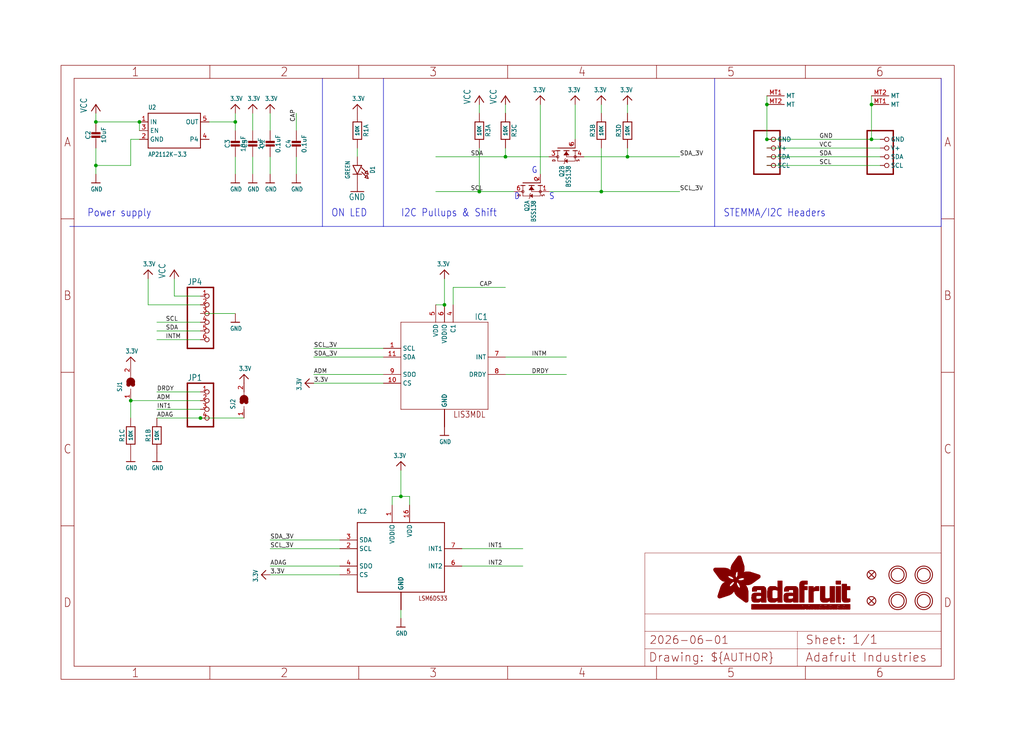
<source format=kicad_sch>
(kicad_sch (version 20230121) (generator eeschema)
  (paper "User" 298.45 217.322)
  (lib_symbols
    (symbol "working-eagle-import:3.3V" (power)
      (property "Value" "3.3V" (at -1.524 1.016 0))
      (symbol "3.3V_1_0"
        (pin power_in line (at 0 -2.54 90) (length 2.54) (name "3.3V") (number "1"))
      )
    )
    (symbol "working-eagle-import:CAP_CERAMIC0603_NO"
      (property "Reference" "C" (at -2.29 1.25 90))
      (symbol "CAP_CERAMIC0603_NO_1_0"
        (pin passive line (at 0 5.08 270) (length 2.54) (name "1") (number "1"))
        (pin passive line (at 0 -2.54 90) (length 2.54) (name "2") (number "2"))
      )
    )
    (symbol "working-eagle-import:CAP_CERAMIC0805-NOOUTLINE"
      (property "Reference" "C" (at -2.29 1.25 90))
      (symbol "CAP_CERAMIC0805-NOOUTLINE_1_0"
        (pin passive line (at 0 5.08 270) (length 2.54) (name "1") (number "1"))
        (pin passive line (at 0 -2.54 90) (length 2.54) (name "2") (number "2"))
      )
    )
    (symbol "working-eagle-import:FIDUCIAL_1MM")
    (symbol "working-eagle-import:FRAME_A4_ADAFRUIT"
      (symbol "FRAME_A4_ADAFRUIT_1_0"
        (text "${#}/${##}" (at 230.505 10.16 0) (effects (font (size 2.54 2.54)) (justify left bottom)))
        (text "${AUTHOR}" (at 189.23 5.08 0) (effects (font (size 2.286 2.286)) (justify left bottom)))
        (text "${CURRENT_DATE}" (at 171.45 10.16 0) (effects (font (size 2.286 2.286)) (justify left bottom)))
        (text "${PROJECTNAME}" (at 171.45 15.24 0) (effects (font (size 2.54 2.54)) (justify left bottom)))
        (text "1" (at 21.6958 1.905 0) (effects (font (size 2.54 2.286))))
        (text "1" (at 21.6958 177.165 0) (effects (font (size 2.54 2.286))))
        (text "2" (at 65.0875 1.905 0) (effects (font (size 2.54 2.286))))
        (text "2" (at 65.0875 177.165 0) (effects (font (size 2.54 2.286))))
        (text "3" (at 108.4792 1.905 0) (effects (font (size 2.54 2.286))))
        (text "3" (at 108.4792 177.165 0) (effects (font (size 2.54 2.286))))
        (text "4" (at 151.8708 1.905 0) (effects (font (size 2.54 2.286))))
        (text "4" (at 151.8708 177.165 0) (effects (font (size 2.54 2.286))))
        (text "5" (at 195.2625 1.905 0) (effects (font (size 2.54 2.286))))
        (text "5" (at 195.2625 177.165 0) (effects (font (size 2.54 2.286))))
        (text "6" (at 238.6542 1.905 0) (effects (font (size 2.54 2.286))))
        (text "6" (at 238.6542 177.165 0) (effects (font (size 2.54 2.286))))
        (text "A" (at 1.905 156.6863 0) (effects (font (size 2.54 2.286))))
        (text "A" (at 258.445 156.6863 0) (effects (font (size 2.54 2.286))))
        (text "Adafruit Industries" (at 216.916 4.953 0) (effects (font (size 2.54 2.54)) (justify left bottom)))
        (text "B" (at 1.905 111.9188 0) (effects (font (size 2.54 2.286))))
        (text "B" (at 258.445 111.9188 0) (effects (font (size 2.54 2.286))))
        (text "C" (at 1.905 67.1513 0) (effects (font (size 2.54 2.286))))
        (text "C" (at 258.445 67.1513 0) (effects (font (size 2.54 2.286))))
        (text "D" (at 1.905 22.3838 0) (effects (font (size 2.54 2.286))))
        (text "D" (at 258.445 22.3838 0) (effects (font (size 2.54 2.286))))
        (text "Drawing:" (at 171.196 4.953 0) (effects (font (size 2.54 2.54)) (justify left bottom)))
        (text "Sheet:" (at 216.916 10.033 0) (effects (font (size 2.54 2.54)) (justify left bottom)))
      )
    )
    (symbol "working-eagle-import:GND" (power)
      (property "Value" "GND" (at -1.524 -2.54 0))
      (symbol "GND_1_0"
        (pin power_in line (at 0 2.54 270) (length 2.54) (name "GND") (number "1"))
      )
    )
    (symbol "working-eagle-import:HEADER-1X4ROUND"
      (property "Reference" "JP" (at -6.35 8.255 0))
      (symbol "HEADER-1X4ROUND_1_0"
        (pin passive inverted (at -2.54 5.08 0) (length 2.54) (name "1") (number "1"))
        (pin passive inverted (at -2.54 2.54 0) (length 2.54) (name "2") (number "2"))
        (pin passive inverted (at -2.54 0 0) (length 2.54) (name "3") (number "3"))
        (pin passive inverted (at -2.54 -2.54 0) (length 2.54) (name "4") (number "4"))
      )
    )
    (symbol "working-eagle-import:HEADER-1X670MIL"
      (property "Reference" "JP" (at -6.35 10.795 0))
      (symbol "HEADER-1X670MIL_1_0"
        (pin passive inverted (at -2.54 7.62 0) (length 2.54) (name "1") (number "1"))
        (pin passive inverted (at -2.54 5.08 0) (length 2.54) (name "2") (number "2"))
        (pin passive inverted (at -2.54 2.54 0) (length 2.54) (name "3") (number "3"))
        (pin passive inverted (at -2.54 0 0) (length 2.54) (name "4") (number "4"))
        (pin passive inverted (at -2.54 -2.54 0) (length 2.54) (name "5") (number "5"))
        (pin passive inverted (at -2.54 -5.08 0) (length 2.54) (name "6") (number "6"))
      )
    )
    (symbol "working-eagle-import:LED0603_NOOUTLINE"
      (property "Reference" "D" (at -1.27 4.445 0))
      (symbol "LED0603_NOOUTLINE_1_0"
        (pin passive line (at -5.08 0 0) (length 2.54) (name "A") (number "A"))
        (pin passive line (at 2.54 0 180) (length 2.54) (name "C") (number "C"))
      )
    )
    (symbol "working-eagle-import:LIS3MDL"
      (property "Reference" "IC" (at 12.7 15.24 0))
      (symbol "LIS3MDL_1_0"
        (text "LIS3MDL" (at 2.54 -15.24 0) (effects (font (size 1.778 1.5113)) (justify left bottom)))
        (pin input line (at -17.78 5.08 0) (length 5.08) (name "SCL") (number "1"))
        (pin input line (at -17.78 -5.08 0) (length 5.08) (name "CS") (number "10"))
        (pin bidirectional line (at -17.78 2.54 0) (length 5.08) (name "SDA") (number "11"))
        (pin power_in line (at 0 -17.78 90) (length 5.08) (name "GND") (number "12"))
        (pin power_in line (at 0 -17.78 90) (length 5.08) (name "GND") (number "2"))
        (pin power_in line (at 0 -17.78 90) (length 5.08) (name "GND") (number "3"))
        (pin input line (at 2.54 17.78 270) (length 5.08) (name "C1") (number "4"))
        (pin power_in line (at -2.54 17.78 270) (length 5.08) (name "VDD") (number "5"))
        (pin power_in line (at 0 17.78 270) (length 5.08) (name "VDDIO") (number "6"))
        (pin output line (at 17.78 2.54 180) (length 5.08) (name "INT") (number "7"))
        (pin output line (at 17.78 -2.54 180) (length 5.08) (name "DRDY") (number "8"))
        (pin bidirectional line (at -17.78 -2.54 0) (length 5.08) (name "SDO") (number "9"))
      )
    )
    (symbol "working-eagle-import:LSM6DS33"
      (property "Reference" "IC" (at -12.7 12.7 0))
      (symbol "LSM6DS33_1_0"
        (text "LSM6DS33" (at 5.08 -12.7 0) (effects (font (size 1.27 1.0795)) (justify left bottom)))
        (pin power_in line (at -2.54 15.24 270) (length 5.08) (name "VDDIO") (number "1"))
        (pin power_in line (at 0 -15.24 90) (length 5.08) (name "GND") (number "10"))
        (pin power_in line (at 0 -15.24 90) (length 5.08) (name "GND") (number "11"))
        (pin power_in line (at 0 -15.24 90) (length 5.08) (name "GND") (number "12"))
        (pin power_in line (at 0 -15.24 90) (length 5.08) (name "GND") (number "13"))
        (pin power_in line (at 0 -15.24 90) (length 5.08) (name "GND") (number "15"))
        (pin power_in line (at 2.54 15.24 270) (length 5.08) (name "VDD") (number "16"))
        (pin bidirectional line (at -17.78 2.54 0) (length 5.08) (name "SCL") (number "2"))
        (pin bidirectional line (at -17.78 5.08 0) (length 5.08) (name "SDA") (number "3"))
        (pin bidirectional line (at -17.78 -2.54 0) (length 5.08) (name "SDO") (number "4"))
        (pin input line (at -17.78 -5.08 0) (length 5.08) (name "CS") (number "5"))
        (pin output line (at 17.78 -2.54 180) (length 5.08) (name "INT2") (number "6"))
        (pin output line (at 17.78 2.54 180) (length 5.08) (name "INT1") (number "7"))
        (pin power_in line (at 0 -15.24 90) (length 5.08) (name "GND") (number "8"))
        (pin power_in line (at 0 -15.24 90) (length 5.08) (name "GND") (number "9"))
      )
    )
    (symbol "working-eagle-import:MOSFET-N_DUAL"
      (property "Reference" "Q" (at 5.08 0.635 0))
      (symbol "MOSFET-N_DUAL_1_0"
        (text "D" (at 3.175 3.175 0) (effects (font (size 0.8128 0.6908)) (justify left bottom)))
        (text "G" (at -1.27 -1.905 0) (effects (font (size 0.8128 0.6908)) (justify left bottom)))
        (text "S" (at 3.175 -3.81 0) (effects (font (size 0.8128 0.6908)) (justify left bottom)))
        (pin bidirectional line (at 2.54 -5.08 90) (length 2.54) (name "S") (number "1"))
        (pin bidirectional line (at -2.54 -2.54 0) (length 2.54) (name "G") (number "2"))
        (pin bidirectional line (at 2.54 5.08 270) (length 2.54) (name "D") (number "6"))
      )
      (symbol "MOSFET-N_DUAL_2_0"
        (text "D" (at 3.175 3.175 0) (effects (font (size 0.8128 0.6908)) (justify left bottom)))
        (text "G" (at -1.27 -1.905 0) (effects (font (size 0.8128 0.6908)) (justify left bottom)))
        (text "S" (at 3.175 -3.81 0) (effects (font (size 0.8128 0.6908)) (justify left bottom)))
        (pin bidirectional line (at 2.54 5.08 270) (length 2.54) (name "D") (number "3"))
        (pin bidirectional line (at 2.54 -5.08 90) (length 2.54) (name "S") (number "4"))
        (pin bidirectional line (at -2.54 -2.54 0) (length 2.54) (name "G") (number "5"))
      )
    )
    (symbol "working-eagle-import:MOUNTINGHOLE2.5")
    (symbol "working-eagle-import:RESISTOR_4PACK"
      (property "Reference" "R" (at 0 2.54 0))
      (symbol "RESISTOR_4PACK_1_0"
        (pin passive line (at -5.08 0 0) (length 2.54) (name "1") (number "1"))
        (pin passive line (at 5.08 0 180) (length 2.54) (name "2") (number "8"))
      )
      (symbol "RESISTOR_4PACK_2_0"
        (pin passive line (at -5.08 0 0) (length 2.54) (name "1") (number "2"))
        (pin passive line (at 5.08 0 180) (length 2.54) (name "2") (number "7"))
      )
      (symbol "RESISTOR_4PACK_3_0"
        (pin passive line (at -5.08 0 0) (length 2.54) (name "1") (number "3"))
        (pin passive line (at 5.08 0 180) (length 2.54) (name "2") (number "6"))
      )
      (symbol "RESISTOR_4PACK_4_0"
        (pin passive line (at -5.08 0 0) (length 2.54) (name "1") (number "4"))
        (pin passive line (at 5.08 0 180) (length 2.54) (name "2") (number "5"))
      )
    )
    (symbol "working-eagle-import:SOLDERJUMPER"
      (property "Reference" "SJ" (at -2.54 2.54 0))
      (symbol "SOLDERJUMPER_1_0"
        (pin passive line (at -5.08 0 0) (length 2.54) (name "1") (number "1"))
        (pin passive line (at 5.08 0 180) (length 2.54) (name "2") (number "2"))
      )
    )
    (symbol "working-eagle-import:STEMMA_I2C_QT"
      (symbol "STEMMA_I2C_QT_1_0"
        (pin passive inverted (at 0 5.08 0) (length 2.54) (name "GND") (number "1"))
        (pin passive inverted (at 0 2.54 0) (length 2.54) (name "V+") (number "2"))
        (pin passive inverted (at 0 0 0) (length 2.54) (name "SDA") (number "3"))
        (pin passive inverted (at 0 -2.54 0) (length 2.54) (name "SCL") (number "4"))
      )
      (symbol "STEMMA_I2C_QT_2_0"
        (pin bidirectional line (at 0 0 0) (length 5.08) (name "MT") (number "MT1"))
      )
      (symbol "STEMMA_I2C_QT_3_0"
        (pin bidirectional line (at 0 0 0) (length 5.08) (name "MT") (number "MT2"))
      )
    )
    (symbol "working-eagle-import:VCC" (power)
      (property "Value" "VCC" (at -2.54 -2.54 90))
      (symbol "VCC_1_0"
        (pin power_in line (at 0 -2.54 90) (length 2.54) (name "VCC") (number "1"))
      )
    )
    (symbol "working-eagle-import:VREG_SOT23-5"
      (property "Reference" "U" (at -7.62 6.096 0))
      (symbol "VREG_SOT23-5_1_0"
        (pin power_in line (at -10.16 2.54 0) (length 2.54) (name "IN") (number "1"))
        (pin power_in line (at -10.16 -2.54 0) (length 2.54) (name "GND") (number "2"))
        (pin input line (at -10.16 0 0) (length 2.54) (name "EN") (number "3"))
        (pin bidirectional line (at 10.16 -2.54 180) (length 2.54) (name "P4") (number "4"))
        (pin power_in line (at 10.16 2.54 180) (length 2.54) (name "OUT") (number "5"))
      )
    )
    (symbol "working-eagle-import:supply1_GND" (power)
      (property "Value" "supply1_GND" (at -2.54 -2.54 0))
      (symbol "supply1_GND_1_0"
        (pin power_in line (at 0 2.54 270) (length 2.54) (name "GND") (number "1"))
      )
    )
  )
  (junction (at 38.1 116.84))
  (junction (at 254 40.64))
  (junction (at 116.84 144.78))
  (junction (at 40.64 35.56))
  (junction (at 129.54 88.9))
  (junction (at 182.88 45.72))
  (junction (at 58.42 121.92))
  (junction (at 68.58 35.56))
  (junction (at 175.26 55.88))
  (junction (at 27.94 35.56))
  (junction (at 27.94 48.26))
  (junction (at 147.32 45.72))
  (junction (at 223.52 30.48))
  (junction (at 223.52 40.64))
  (junction (at 254 30.48))
  (junction (at 139.7 55.88))
  (wire (pts (xy 119.38 147.32) (xy 119.38 144.78)) (stroke (width 0.1524)))
  (wire (pts (xy 91.44 104.14) (xy 111.76 104.14)) (stroke (width 0.1524)))
  (wire (pts (xy 111.76 101.6) (xy 91.44 101.6)) (stroke (width 0.1524)))
  (wire (pts (xy 175.26 55.88) (xy 198.12 55.88)) (stroke (width 0.1524)))
  (wire (pts (xy 147.32 104.14) (xy 165.1 104.14)) (stroke (width 0.1524)))
  (wire (pts (xy 116.84 144.78) (xy 116.84 137.16)) (stroke (width 0.1524)))
  (wire (pts (xy 60.96 35.56) (xy 68.58 35.56)) (stroke (width 0.1524)))
  (wire (pts (xy 45.72 114.3) (xy 58.42 114.3)) (stroke (width 0.1524)))
  (wire (pts (xy 149.86 55.88) (xy 139.7 55.88)) (stroke (width 0.1524)))
  (wire (pts (xy 58.42 99.06) (xy 45.72 99.06)) (stroke (width 0.1524)))
  (wire (pts (xy 223.52 27.94) (xy 223.52 30.48)) (stroke (width 0.1524)))
  (wire (pts (xy 68.58 35.56) (xy 68.58 38.1)) (stroke (width 0.1524)))
  (wire (pts (xy 256.54 40.64) (xy 254 40.64)) (stroke (width 0.1524)))
  (wire (pts (xy 99.06 157.48) (xy 78.74 157.48)) (stroke (width 0.1524)))
  (wire (pts (xy 170.18 45.72) (xy 182.88 45.72)) (stroke (width 0.1524)))
  (wire (pts (xy 58.42 93.98) (xy 45.72 93.98)) (stroke (width 0.1524)))
  (wire (pts (xy 86.36 45.72) (xy 86.36 50.8)) (stroke (width 0.1524)))
  (wire (pts (xy 111.76 109.22) (xy 91.44 109.22)) (stroke (width 0.1524)))
  (wire (pts (xy 175.26 33.02) (xy 175.26 30.48)) (stroke (width 0.1524)))
  (polyline (pts (xy 208.28 22.86) (xy 208.28 66.04)) (stroke (width 0.1524) (type solid)))
  (wire (pts (xy 129.54 88.9) (xy 129.54 81.28)) (stroke (width 0.1524)))
  (wire (pts (xy 114.3 144.78) (xy 114.3 147.32)) (stroke (width 0.1524)))
  (wire (pts (xy 157.48 50.8) (xy 157.48 30.48)) (stroke (width 0.1524)))
  (wire (pts (xy 40.64 35.56) (xy 27.94 35.56)) (stroke (width 0.1524)))
  (wire (pts (xy 58.42 116.84) (xy 38.1 116.84)) (stroke (width 0.1524)))
  (wire (pts (xy 78.74 160.02) (xy 99.06 160.02)) (stroke (width 0.1524)))
  (wire (pts (xy 58.42 91.44) (xy 68.58 91.44)) (stroke (width 0.1524)))
  (wire (pts (xy 27.94 48.26) (xy 27.94 43.18)) (stroke (width 0.1524)))
  (wire (pts (xy 175.26 43.18) (xy 175.26 55.88)) (stroke (width 0.1524)))
  (wire (pts (xy 58.42 96.52) (xy 45.72 96.52)) (stroke (width 0.1524)))
  (wire (pts (xy 38.1 48.26) (xy 27.94 48.26)) (stroke (width 0.1524)))
  (wire (pts (xy 58.42 86.36) (xy 50.8 86.36)) (stroke (width 0.1524)))
  (wire (pts (xy 68.58 45.72) (xy 68.58 50.8)) (stroke (width 0.1524)))
  (wire (pts (xy 256.54 45.72) (xy 223.52 45.72)) (stroke (width 0.1524)))
  (wire (pts (xy 111.76 111.76) (xy 91.44 111.76)) (stroke (width 0.1524)))
  (polyline (pts (xy 111.76 22.86) (xy 111.76 66.04)) (stroke (width 0.1524) (type solid)))
  (polyline (pts (xy 274.32 22.86) (xy 274.32 66.04)) (stroke (width 0.1524) (type solid)))
  (wire (pts (xy 50.8 86.36) (xy 50.8 81.28)) (stroke (width 0.1524)))
  (wire (pts (xy 147.32 45.72) (xy 127 45.72)) (stroke (width 0.1524)))
  (polyline (pts (xy 208.28 66.04) (xy 274.32 66.04)) (stroke (width 0.1524) (type solid)))
  (wire (pts (xy 160.02 55.88) (xy 175.26 55.88)) (stroke (width 0.1524)))
  (wire (pts (xy 182.88 45.72) (xy 198.12 45.72)) (stroke (width 0.1524)))
  (wire (pts (xy 73.66 45.72) (xy 73.66 50.8)) (stroke (width 0.1524)))
  (wire (pts (xy 43.18 88.9) (xy 43.18 81.28)) (stroke (width 0.1524)))
  (wire (pts (xy 223.52 30.48) (xy 223.52 40.64)) (stroke (width 0.1524)))
  (wire (pts (xy 132.08 88.9) (xy 132.08 83.82)) (stroke (width 0.1524)))
  (wire (pts (xy 58.42 119.38) (xy 45.72 119.38)) (stroke (width 0.1524)))
  (wire (pts (xy 116.84 177.8) (xy 116.84 180.34)) (stroke (width 0.1524)))
  (wire (pts (xy 147.32 33.02) (xy 147.32 30.48)) (stroke (width 0.1524)))
  (wire (pts (xy 99.06 165.1) (xy 78.74 165.1)) (stroke (width 0.1524)))
  (wire (pts (xy 182.88 33.02) (xy 182.88 30.48)) (stroke (width 0.1524)))
  (polyline (pts (xy 111.76 66.04) (xy 208.28 66.04)) (stroke (width 0.1524) (type solid)))
  (wire (pts (xy 78.74 33.02) (xy 78.74 38.1)) (stroke (width 0.1524)))
  (wire (pts (xy 139.7 30.48) (xy 139.7 33.02)) (stroke (width 0.1524)))
  (wire (pts (xy 254 40.64) (xy 223.52 40.64)) (stroke (width 0.1524)))
  (wire (pts (xy 254 30.48) (xy 254 40.64)) (stroke (width 0.1524)))
  (wire (pts (xy 73.66 38.1) (xy 73.66 33.02)) (stroke (width 0.1524)))
  (wire (pts (xy 38.1 116.84) (xy 38.1 121.92)) (stroke (width 0.1524)))
  (wire (pts (xy 223.52 43.18) (xy 256.54 43.18)) (stroke (width 0.1524)))
  (wire (pts (xy 127 88.9) (xy 129.54 88.9)) (stroke (width 0.1524)))
  (wire (pts (xy 38.1 40.64) (xy 38.1 48.26)) (stroke (width 0.1524)))
  (wire (pts (xy 27.94 48.26) (xy 27.94 50.8)) (stroke (width 0.1524)))
  (wire (pts (xy 147.32 43.18) (xy 147.32 45.72)) (stroke (width 0.1524)))
  (wire (pts (xy 134.62 160.02) (xy 152.4 160.02)) (stroke (width 0.1524)))
  (polyline (pts (xy 93.98 22.86) (xy 93.98 66.04)) (stroke (width 0.1524) (type solid)))
  (wire (pts (xy 254 27.94) (xy 254 30.48)) (stroke (width 0.1524)))
  (wire (pts (xy 27.94 33.02) (xy 27.94 35.56)) (stroke (width 0.1524)))
  (wire (pts (xy 40.64 40.64) (xy 38.1 40.64)) (stroke (width 0.1524)))
  (wire (pts (xy 68.58 35.56) (xy 68.58 33.02)) (stroke (width 0.1524)))
  (wire (pts (xy 182.88 43.18) (xy 182.88 45.72)) (stroke (width 0.1524)))
  (wire (pts (xy 40.64 38.1) (xy 40.64 35.56)) (stroke (width 0.1524)))
  (polyline (pts (xy 93.98 66.04) (xy 111.76 66.04)) (stroke (width 0.1524) (type solid)))
  (wire (pts (xy 104.14 45.72) (xy 104.14 43.18)) (stroke (width 0.1524)))
  (polyline (pts (xy 20.32 66.04) (xy 93.98 66.04)) (stroke (width 0.1524) (type solid)))
  (wire (pts (xy 58.42 121.92) (xy 45.72 121.92)) (stroke (width 0.1524)))
  (wire (pts (xy 86.36 33.02) (xy 86.36 38.1)) (stroke (width 0.1524)))
  (wire (pts (xy 167.64 40.64) (xy 167.64 30.48)) (stroke (width 0.1524)))
  (wire (pts (xy 139.7 43.18) (xy 139.7 55.88)) (stroke (width 0.1524)))
  (wire (pts (xy 119.38 144.78) (xy 116.84 144.78)) (stroke (width 0.1524)))
  (wire (pts (xy 139.7 55.88) (xy 127 55.88)) (stroke (width 0.1524)))
  (wire (pts (xy 165.1 109.22) (xy 147.32 109.22)) (stroke (width 0.1524)))
  (wire (pts (xy 152.4 165.1) (xy 134.62 165.1)) (stroke (width 0.1524)))
  (wire (pts (xy 223.52 48.26) (xy 256.54 48.26)) (stroke (width 0.1524)))
  (wire (pts (xy 114.3 144.78) (xy 116.84 144.78)) (stroke (width 0.1524)))
  (wire (pts (xy 99.06 167.64) (xy 78.74 167.64)) (stroke (width 0.1524)))
  (wire (pts (xy 132.08 83.82) (xy 147.32 83.82)) (stroke (width 0.1524)))
  (wire (pts (xy 58.42 121.92) (xy 71.12 121.92)) (stroke (width 0.1524)))
  (wire (pts (xy 78.74 45.72) (xy 78.74 50.8)) (stroke (width 0.1524)))
  (wire (pts (xy 58.42 88.9) (xy 43.18 88.9)) (stroke (width 0.1524)))
  (wire (pts (xy 160.02 45.72) (xy 147.32 45.72)) (stroke (width 0.1524)))
  (text "Power supply" (at 25.4 63.5 0) (effects (font (size 2.1844 1.8567)) (justify left bottom)))
  (text "STEMMA/I2C Headers" (at 210.82 63.5 0) (effects (font (size 2.1844 1.8567)) (justify left bottom)))
  (text "G" (at 154.94 50.8 0) (effects (font (size 1.778 1.5113)) (justify left bottom)))
  (text "D" (at 149.86 58.42 0) (effects (font (size 1.778 1.5113)) (justify left bottom)))
  (text "ON LED" (at 96.52 63.5 0) (effects (font (size 2.1844 1.8567)) (justify left bottom)))
  (text "S" (at 160.02 58.42 0) (effects (font (size 1.778 1.5113)) (justify left bottom)))
  (text "I2C Pullups & Shift" (at 116.84 63.5 0) (effects (font (size 2.1844 1.8567)) (justify left bottom)))
  (label "INT2" (at 142.24 165.1 0) (effects (font (size 1.2446 1.2446))))
  (label "INTM" (at 154.94 104.14 0) (effects (font (size 1.2446 1.2446))))
  (label "SDA" (at 48.26 96.52 0) (effects (font (size 1.2446 1.2446))))
  (label "INT1" (at 142.24 160.02 0) (effects (font (size 1.2446 1.2446))))
  (label "SDA_3V" (at 198.12 45.72 0) (effects (font (size 1.2446 1.2446))))
  (label "SDA_3V" (at 91.44 104.14 0) (effects (font (size 1.2446 1.2446))))
  (label "GND" (at 238.76 40.64 0) (effects (font (size 1.2446 1.2446))))
  (label "3.3V" (at 78.74 167.64 0) (effects (font (size 1.2446 1.2446))))
  (label "SCL_3V" (at 198.12 55.88 0) (effects (font (size 1.2446 1.2446))))
  (label "ADAG" (at 78.74 165.1 0) (effects (font (size 1.2446 1.2446))))
  (label "SDA" (at 137.16 45.72 0) (effects (font (size 1.2446 1.2446))))
  (label "INT1" (at 45.72 119.38 0) (effects (font (size 1.2446 1.2446))))
  (label "ADM" (at 91.44 109.22 0) (effects (font (size 1.2446 1.2446))))
  (label "3.3V" (at 91.44 111.76 0) (effects (font (size 1.2446 1.2446))))
  (label "SCL_3V" (at 78.74 160.02 0) (effects (font (size 1.2446 1.2446))))
  (label "INTM" (at 48.26 99.06 0) (effects (font (size 1.2446 1.2446))))
  (label "SCL_3V" (at 91.44 101.6 0) (effects (font (size 1.2446 1.2446))))
  (label "ADM" (at 45.72 116.84 0) (effects (font (size 1.2446 1.2446))))
  (label "SDA_3V" (at 78.74 157.48 0) (effects (font (size 1.2446 1.2446))))
  (label "CAP" (at 139.7 83.82 0) (effects (font (size 1.2446 1.2446))))
  (label "SDA" (at 238.76 45.72 0) (effects (font (size 1.2446 1.2446))))
  (label "DRDY" (at 154.94 109.22 0) (effects (font (size 1.2446 1.2446))))
  (label "ADAG" (at 45.72 121.92 0) (effects (font (size 1.2446 1.2446))))
  (label "SCL" (at 238.76 48.26 0) (effects (font (size 1.2446 1.2446))))
  (label "VCC" (at 238.76 43.18 0) (effects (font (size 1.2446 1.2446))))
  (label "SCL" (at 48.26 93.98 0) (effects (font (size 1.2446 1.2446))))
  (label "DRDY" (at 45.72 114.3 0) (effects (font (size 1.2446 1.2446))))
  (label "CAP" (at 86.36 35.56 90) (effects (font (size 1.2446 1.2446))))
  (label "SCL" (at 137.16 55.88 0) (effects (font (size 1.2446 1.2446))))
  (symbol (lib_id "working-eagle-import:RESISTOR_4PACK") (at 104.14 38.1 270) (unit 1)
    (property "Reference" "R1" (at 106.68 38.1 0))
    (property "Value" "10K" (at 104.14 38.1 0) (effects (font (size 1.016 1.016) bold)))
    (property "Footprint" "working:RESPACK_4X0603" (effects hide))
  )
  (symbol (lib_id "working-eagle-import:GND") (at 27.94 53.34 0) (unit 1)
    (property "Reference" "#U$13" (effects hide))
    (property "Value" "GND" (at 26.416 55.88 0) (effects (font (size 1.27 1.0795)) (justify left bottom)))
  )
  (symbol (lib_id "working-eagle-import:3.3V") (at 88.9 111.76 90) (mirror x) (unit 1)
    (property "Reference" "#U$29" (effects hide))
    (property "Value" "3.3V" (at 87.884 110.236 0) (effects (font (size 1.27 1.0795)) (justify left bottom)))
  )
  (symbol (lib_id "working-eagle-import:LIS3MDL") (at 129.54 106.68 0) (unit 1)
    (property "Reference" "IC1" (at 142.24 91.44 0) (effects (font (size 1.778 1.5113)) (justify right top)))
    (property "Value" "LIS3MDL" (effects hide))
    (property "Footprint" "working:LGA12_2X2MM" (effects hide))
  )
  (symbol (lib_id "working-eagle-import:STEMMA_I2C_QT") (at 223.52 30.48 0) (unit 3)
    (property "Reference" "CONN3" (effects hide))
    (property "Value" "STEMMA_I2C_QT" (effects hide))
    (property "Footprint" "working:JST_SH4" (effects hide))
  )
  (symbol (lib_id "working-eagle-import:3.3V") (at 104.14 30.48 0) (unit 1)
    (property "Reference" "#U$3" (effects hide))
    (property "Value" "3.3V" (at 102.616 29.464 0) (effects (font (size 1.27 1.0795)) (justify left bottom)))
  )
  (symbol (lib_id "working-eagle-import:3.3V") (at 68.58 30.48 0) (unit 1)
    (property "Reference" "#U$15" (effects hide))
    (property "Value" "3.3V" (at 67.056 29.464 0) (effects (font (size 1.27 1.0795)) (justify left bottom)))
  )
  (symbol (lib_id "working-eagle-import:STEMMA_I2C_QT") (at 223.52 45.72 0) (unit 1)
    (property "Reference" "CONN3" (effects hide))
    (property "Value" "STEMMA_I2C_QT" (effects hide))
    (property "Footprint" "working:JST_SH4" (effects hide))
  )
  (symbol (lib_id "working-eagle-import:RESISTOR_4PACK") (at 45.72 127 90) (unit 2)
    (property "Reference" "R1" (at 43.18 127 0))
    (property "Value" "10K" (at 45.72 127 0) (effects (font (size 1.016 1.016) bold)))
    (property "Footprint" "working:RESPACK_4X0603" (effects hide))
  )
  (symbol (lib_id "working-eagle-import:CAP_CERAMIC0805-NOOUTLINE") (at 27.94 40.64 0) (unit 1)
    (property "Reference" "C2" (at 25.65 39.39 90))
    (property "Value" "10uF" (at 30.24 39.39 90))
    (property "Footprint" "working:0805-NO" (effects hide))
  )
  (symbol (lib_id "working-eagle-import:3.3V") (at 43.18 78.74 0) (unit 1)
    (property "Reference" "#U$16" (effects hide))
    (property "Value" "3.3V" (at 41.656 77.724 0) (effects (font (size 1.27 1.0795)) (justify left bottom)))
  )
  (symbol (lib_id "working-eagle-import:VCC") (at 139.7 27.94 0) (unit 1)
    (property "Reference" "#P+1" (effects hide))
    (property "Value" "VCC" (at 137.16 30.48 90) (effects (font (size 1.778 1.5113)) (justify left bottom)))
  )
  (symbol (lib_id "working-eagle-import:LED0603_NOOUTLINE") (at 104.14 50.8 270) (unit 1)
    (property "Reference" "D1" (at 108.585 49.53 0) (effects (font (size 1.27 1.0795))))
    (property "Value" "GREEN" (at 101.346 49.53 0) (effects (font (size 1.27 1.0795))))
    (property "Footprint" "working:CHIPLED_0603_NOOUTLINE" (effects hide))
  )
  (symbol (lib_id "working-eagle-import:HEADER-1X4ROUND") (at 60.96 119.38 0) (unit 1)
    (property "Reference" "JP1" (at 54.61 111.125 0) (effects (font (size 1.778 1.5113)) (justify left bottom)))
    (property "Value" "HEADER-1X4ROUND" (effects hide))
    (property "Footprint" "working:1X04_ROUND" (effects hide))
  )
  (symbol (lib_id "working-eagle-import:STEMMA_I2C_QT") (at 223.52 27.94 0) (unit 2)
    (property "Reference" "CONN3" (effects hide))
    (property "Value" "STEMMA_I2C_QT" (effects hide))
    (property "Footprint" "working:JST_SH4" (effects hide))
  )
  (symbol (lib_id "working-eagle-import:GND") (at 68.58 53.34 0) (unit 1)
    (property "Reference" "#U$5" (effects hide))
    (property "Value" "GND" (at 67.056 55.88 0) (effects (font (size 1.27 1.0795)) (justify left bottom)))
  )
  (symbol (lib_id "working-eagle-import:3.3V") (at 73.66 30.48 0) (unit 1)
    (property "Reference" "#U$22" (effects hide))
    (property "Value" "3.3V" (at 72.136 29.464 0) (effects (font (size 1.27 1.0795)) (justify left bottom)))
  )
  (symbol (lib_id "working-eagle-import:STEMMA_I2C_QT") (at 254 27.94 0) (unit 3)
    (property "Reference" "CONN4" (effects hide))
    (property "Value" "STEMMA_I2C_QT" (effects hide))
    (property "Footprint" "working:JST_SH4" (effects hide))
  )
  (symbol (lib_id "working-eagle-import:VREG_SOT23-5") (at 50.8 38.1 0) (unit 1)
    (property "Reference" "U2" (at 43.18 32.004 0) (effects (font (size 1.27 1.0795)) (justify left bottom)))
    (property "Value" "AP2112K-3.3" (at 43.18 45.72 0) (effects (font (size 1.27 1.0795)) (justify left bottom)))
    (property "Footprint" "working:SOT23-5" (effects hide))
  )
  (symbol (lib_id "working-eagle-import:MOUNTINGHOLE2.5") (at 269.24 175.26 0) (unit 1)
    (property "Reference" "U$21" (effects hide))
    (property "Value" "MOUNTINGHOLE2.5" (effects hide))
    (property "Footprint" "working:MOUNTINGHOLE_2.5_PLATED" (effects hide))
  )
  (symbol (lib_id "working-eagle-import:GND") (at 78.74 53.34 0) (unit 1)
    (property "Reference" "#U$6" (effects hide))
    (property "Value" "GND" (at 77.216 55.88 0) (effects (font (size 1.27 1.0795)) (justify left bottom)))
  )
  (symbol (lib_id "working-eagle-import:VCC") (at 147.32 27.94 0) (unit 1)
    (property "Reference" "#P+2" (effects hide))
    (property "Value" "VCC" (at 144.78 30.48 90) (effects (font (size 1.778 1.5113)) (justify left bottom)))
  )
  (symbol (lib_id "working-eagle-import:MOUNTINGHOLE2.5") (at 261.62 167.64 0) (unit 1)
    (property "Reference" "U$17" (effects hide))
    (property "Value" "MOUNTINGHOLE2.5" (effects hide))
    (property "Footprint" "working:MOUNTINGHOLE_2.5_PLATED" (effects hide))
  )
  (symbol (lib_id "working-eagle-import:SOLDERJUMPER") (at 38.1 111.76 90) (unit 1)
    (property "Reference" "SJ1" (at 35.56 114.3 0) (effects (font (size 1.27 1.0795)) (justify left bottom)))
    (property "Value" "SOLDERJUMPER" (effects hide))
    (property "Footprint" "working:SOLDERJUMPER_ARROW_NOPASTE" (effects hide))
  )
  (symbol (lib_id "working-eagle-import:MOSFET-N_DUAL") (at 154.94 53.34 90) (mirror x) (unit 1)
    (property "Reference" "Q2" (at 154.305 58.42 0) (effects (font (size 1.27 1.0795)) (justify left bottom)))
    (property "Value" "BSS138" (at 156.21 58.42 0) (effects (font (size 1.27 1.0795)) (justify left bottom)))
    (property "Footprint" "working:SOT363" (effects hide))
  )
  (symbol (lib_id "working-eagle-import:3.3V") (at 157.48 27.94 0) (mirror y) (unit 1)
    (property "Reference" "#U$26" (effects hide))
    (property "Value" "3.3V" (at 159.004 26.924 0) (effects (font (size 1.27 1.0795)) (justify left bottom)))
  )
  (symbol (lib_id "working-eagle-import:CAP_CERAMIC0603_NO") (at 86.36 43.18 0) (unit 1)
    (property "Reference" "C4" (at 84.07 41.93 90))
    (property "Value" "0.1uF" (at 88.66 41.93 90))
    (property "Footprint" "working:0603-NO" (effects hide))
  )
  (symbol (lib_id "working-eagle-import:VCC") (at 50.8 78.74 0) (unit 1)
    (property "Reference" "#P+4" (effects hide))
    (property "Value" "VCC" (at 48.26 81.28 90) (effects (font (size 1.778 1.5113)) (justify left bottom)))
  )
  (symbol (lib_id "working-eagle-import:GND") (at 38.1 134.62 0) (unit 1)
    (property "Reference" "#U$11" (effects hide))
    (property "Value" "GND" (at 36.576 137.16 0) (effects (font (size 1.27 1.0795)) (justify left bottom)))
  )
  (symbol (lib_id "working-eagle-import:3.3V") (at 182.88 27.94 0) (mirror y) (unit 1)
    (property "Reference" "#U$7" (effects hide))
    (property "Value" "3.3V" (at 184.404 26.924 0) (effects (font (size 1.27 1.0795)) (justify left bottom)))
  )
  (symbol (lib_id "working-eagle-import:VCC") (at 27.94 30.48 0) (unit 1)
    (property "Reference" "#P+3" (effects hide))
    (property "Value" "VCC" (at 25.4 33.02 90) (effects (font (size 1.778 1.5113)) (justify left bottom)))
  )
  (symbol (lib_id "working-eagle-import:CAP_CERAMIC0603_NO") (at 78.74 43.18 0) (unit 1)
    (property "Reference" "C1" (at 76.45 41.93 90))
    (property "Value" "0.1uF" (at 81.04 41.93 90))
    (property "Footprint" "working:0603-NO" (effects hide))
  )
  (symbol (lib_id "working-eagle-import:GND") (at 129.54 127 0) (unit 1)
    (property "Reference" "#U$2" (effects hide))
    (property "Value" "GND" (at 128.016 129.54 0) (effects (font (size 1.27 1.0795)) (justify left bottom)))
  )
  (symbol (lib_id "working-eagle-import:GND") (at 86.36 53.34 0) (unit 1)
    (property "Reference" "#U$9" (effects hide))
    (property "Value" "GND" (at 84.836 55.88 0) (effects (font (size 1.27 1.0795)) (justify left bottom)))
  )
  (symbol (lib_id "working-eagle-import:GND") (at 45.72 134.62 0) (unit 1)
    (property "Reference" "#U$8" (effects hide))
    (property "Value" "GND" (at 44.196 137.16 0) (effects (font (size 1.27 1.0795)) (justify left bottom)))
  )
  (symbol (lib_id "working-eagle-import:3.3V") (at 175.26 27.94 0) (mirror y) (unit 1)
    (property "Reference" "#U$24" (effects hide))
    (property "Value" "3.3V" (at 176.784 26.924 0) (effects (font (size 1.27 1.0795)) (justify left bottom)))
  )
  (symbol (lib_id "working-eagle-import:3.3V") (at 38.1 104.14 0) (unit 1)
    (property "Reference" "#U$33" (effects hide))
    (property "Value" "3.3V" (at 36.576 103.124 0) (effects (font (size 1.27 1.0795)) (justify left bottom)))
  )
  (symbol (lib_id "working-eagle-import:MOUNTINGHOLE2.5") (at 269.24 167.64 0) (unit 1)
    (property "Reference" "U$19" (effects hide))
    (property "Value" "MOUNTINGHOLE2.5" (effects hide))
    (property "Footprint" "working:MOUNTINGHOLE_2.5_PLATED" (effects hide))
  )
  (symbol (lib_id "working-eagle-import:CAP_CERAMIC0805-NOOUTLINE") (at 68.58 43.18 0) (unit 1)
    (property "Reference" "C3" (at 66.29 41.93 90))
    (property "Value" "10uF" (at 70.88 41.93 90))
    (property "Footprint" "working:0805-NO" (effects hide))
  )
  (symbol (lib_id "working-eagle-import:SOLDERJUMPER") (at 71.12 116.84 90) (unit 1)
    (property "Reference" "SJ2" (at 68.58 119.38 0) (effects (font (size 1.27 1.0795)) (justify left bottom)))
    (property "Value" "SOLDERJUMPER" (effects hide))
    (property "Footprint" "working:SOLDERJUMPER_ARROW_NOPASTE" (effects hide))
  )
  (symbol (lib_id "working-eagle-import:RESISTOR_4PACK") (at 38.1 127 90) (unit 3)
    (property "Reference" "R1" (at 35.56 127 0))
    (property "Value" "10K" (at 38.1 127 0) (effects (font (size 1.016 1.016) bold)))
    (property "Footprint" "working:RESPACK_4X0603" (effects hide))
  )
  (symbol (lib_id "working-eagle-import:RESISTOR_4PACK") (at 147.32 38.1 270) (unit 3)
    (property "Reference" "R3" (at 149.86 38.1 0))
    (property "Value" "10K" (at 147.32 38.1 0) (effects (font (size 1.016 1.016) bold)))
    (property "Footprint" "working:RESPACK_4X0603" (effects hide))
  )
  (symbol (lib_id "working-eagle-import:supply1_GND") (at 104.14 55.88 0) (unit 1)
    (property "Reference" "#GND6" (effects hide))
    (property "Value" "GND" (at 101.6 58.42 0) (effects (font (size 1.778 1.5113)) (justify left bottom)))
  )
  (symbol (lib_id "working-eagle-import:RESISTOR_4PACK") (at 139.7 38.1 270) (unit 1)
    (property "Reference" "R3" (at 142.24 38.1 0))
    (property "Value" "10K" (at 139.7 38.1 0) (effects (font (size 1.016 1.016) bold)))
    (property "Footprint" "working:RESPACK_4X0603" (effects hide))
  )
  (symbol (lib_id "working-eagle-import:STEMMA_I2C_QT") (at 256.54 45.72 0) (unit 1)
    (property "Reference" "CONN4" (effects hide))
    (property "Value" "STEMMA_I2C_QT" (effects hide))
    (property "Footprint" "working:JST_SH4" (effects hide))
  )
  (symbol (lib_id "working-eagle-import:MOSFET-N_DUAL") (at 165.1 43.18 90) (mirror x) (unit 2)
    (property "Reference" "Q2" (at 164.465 48.26 0) (effects (font (size 1.27 1.0795)) (justify left bottom)))
    (property "Value" "BSS138" (at 166.37 48.26 0) (effects (font (size 1.27 1.0795)) (justify left bottom)))
    (property "Footprint" "working:SOT363" (effects hide))
  )
  (symbol (lib_id "working-eagle-import:FIDUCIAL_1MM") (at 254 167.64 0) (unit 1)
    (property "Reference" "FID4" (effects hide))
    (property "Value" "FIDUCIAL_1MM" (effects hide))
    (property "Footprint" "working:FIDUCIAL_1MM" (effects hide))
  )
  (symbol (lib_id "working-eagle-import:GND") (at 73.66 53.34 0) (unit 1)
    (property "Reference" "#U$27" (effects hide))
    (property "Value" "GND" (at 72.136 55.88 0) (effects (font (size 1.27 1.0795)) (justify left bottom)))
  )
  (symbol (lib_id "working-eagle-import:RESISTOR_4PACK") (at 175.26 38.1 90) (mirror x) (unit 2)
    (property "Reference" "R3" (at 172.72 38.1 0))
    (property "Value" "10K" (at 175.26 38.1 0) (effects (font (size 1.016 1.016) bold)))
    (property "Footprint" "working:RESPACK_4X0603" (effects hide))
  )
  (symbol (lib_id "working-eagle-import:FIDUCIAL_1MM") (at 254 175.26 0) (unit 1)
    (property "Reference" "FID3" (effects hide))
    (property "Value" "FIDUCIAL_1MM" (effects hide))
    (property "Footprint" "working:FIDUCIAL_1MM" (effects hide))
  )
  (symbol (lib_id "working-eagle-import:STEMMA_I2C_QT") (at 254 30.48 0) (unit 2)
    (property "Reference" "CONN4" (effects hide))
    (property "Value" "STEMMA_I2C_QT" (effects hide))
    (property "Footprint" "working:JST_SH4" (effects hide))
  )
  (symbol (lib_id "working-eagle-import:CAP_CERAMIC0603_NO") (at 73.66 43.18 0) (unit 1)
    (property "Reference" "C5" (at 71.37 41.93 90))
    (property "Value" "1uF" (at 75.96 41.93 90))
    (property "Footprint" "working:0603-NO" (effects hide))
  )
  (symbol (lib_id "working-eagle-import:GND") (at 68.58 93.98 0) (unit 1)
    (property "Reference" "#U$10" (effects hide))
    (property "Value" "GND" (at 67.056 96.52 0) (effects (font (size 1.27 1.0795)) (justify left bottom)))
  )
  (symbol (lib_id "working-eagle-import:MOUNTINGHOLE2.5") (at 261.62 175.26 0) (unit 1)
    (property "Reference" "U$1" (effects hide))
    (property "Value" "MOUNTINGHOLE2.5" (effects hide))
    (property "Footprint" "working:MOUNTINGHOLE_2.5_PLATED" (effects hide))
  )
  (symbol (lib_id "working-eagle-import:3.3V") (at 129.54 78.74 0) (mirror y) (unit 1)
    (property "Reference" "#U$4" (effects hide))
    (property "Value" "3.3V" (at 131.064 77.724 0) (effects (font (size 1.27 1.0795)) (justify left bottom)))
  )
  (symbol (lib_id "working-eagle-import:3.3V") (at 167.64 27.94 0) (mirror y) (unit 1)
    (property "Reference" "#U$23" (effects hide))
    (property "Value" "3.3V" (at 169.164 26.924 0) (effects (font (size 1.27 1.0795)) (justify left bottom)))
  )
  (symbol (lib_id "working-eagle-import:LSM6DS33") (at 116.84 162.56 0) (unit 1)
    (property "Reference" "IC2" (at 104.14 149.86 0) (effects (font (size 1.27 1.0795)) (justify left bottom)))
    (property "Value" "LSM6DS33" (effects hide))
    (property "Footprint" "working:LGA16_3X3MM" (effects hide))
  )
  (symbol (lib_id "working-eagle-import:3.3V") (at 76.2 167.64 90) (mirror x) (unit 1)
    (property "Reference" "#U$32" (effects hide))
    (property "Value" "3.3V" (at 75.184 166.116 0) (effects (font (size 1.27 1.0795)) (justify left bottom)))
  )
  (symbol (lib_id "working-eagle-import:3.3V") (at 116.84 134.62 0) (mirror y) (unit 1)
    (property "Reference" "#U$28" (effects hide))
    (property "Value" "3.3V" (at 118.364 133.604 0) (effects (font (size 1.27 1.0795)) (justify left bottom)))
  )
  (symbol (lib_id "working-eagle-import:3.3V") (at 78.74 30.48 0) (unit 1)
    (property "Reference" "#U$14" (effects hide))
    (property "Value" "3.3V" (at 77.216 29.464 0) (effects (font (size 1.27 1.0795)) (justify left bottom)))
  )
  (symbol (lib_id "working-eagle-import:FRAME_A4_ADAFRUIT") (at 17.78 198.12 0) (unit 1)
    (property "Reference" "#U$18" (effects hide))
    (property "Value" "FRAME_A4_ADAFRUIT" (effects hide))
  )
  (symbol (lib_id "working-eagle-import:GND") (at 116.84 182.88 0) (unit 1)
    (property "Reference" "#U$12" (effects hide))
    (property "Value" "GND" (at 115.316 185.42 0) (effects (font (size 1.27 1.0795)) (justify left bottom)))
  )
  (symbol (lib_id "working-eagle-import:RESISTOR_4PACK") (at 182.88 38.1 90) (mirror x) (unit 4)
    (property "Reference" "R3" (at 180.34 38.1 0))
    (property "Value" "10K" (at 182.88 38.1 0) (effects (font (size 1.016 1.016) bold)))
    (property "Footprint" "working:RESPACK_4X0603" (effects hide))
  )
  (symbol (lib_id "working-eagle-import:HEADER-1X670MIL") (at 60.96 93.98 0) (unit 1)
    (property "Reference" "JP4" (at 54.61 83.185 0) (effects (font (size 1.778 1.5113)) (justify left bottom)))
    (property "Value" "HEADER-1X670MIL" (effects hide))
    (property "Footprint" "working:1X06_ROUND_70" (effects hide))
  )
  (symbol (lib_id "working-eagle-import:3.3V") (at 71.12 109.22 0) (unit 1)
    (property "Reference" "#U$34" (effects hide))
    (property "Value" "3.3V" (at 69.596 108.204 0) (effects (font (size 1.27 1.0795)) (justify left bottom)))
  )
)
</source>
